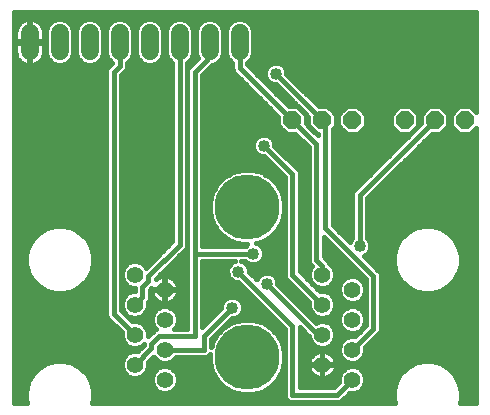
<source format=gtl>
G75*
%MOIN*%
%OFA0B0*%
%FSLAX24Y24*%
%IPPOS*%
%LPD*%
%AMOC8*
5,1,8,0,0,1.08239X$1,22.5*
%
%ADD10C,0.0554*%
%ADD11C,0.0600*%
%ADD12OC8,0.0594*%
%ADD13C,0.0160*%
%ADD14C,0.0180*%
%ADD15C,0.0400*%
%ADD16C,0.2165*%
D10*
X004704Y001930D03*
X005704Y002430D03*
X004704Y002930D03*
X005704Y003430D03*
X004704Y003930D03*
X005704Y004430D03*
X004704Y004930D03*
X010954Y004930D03*
X011954Y004430D03*
X010954Y003930D03*
X011954Y003430D03*
X010954Y002930D03*
X011954Y002430D03*
X010954Y001930D03*
X011954Y001430D03*
X005704Y001430D03*
D11*
X006204Y012380D02*
X006204Y012980D01*
X005204Y012980D02*
X005204Y012380D01*
X004204Y012380D02*
X004204Y012980D01*
X003204Y012980D02*
X003204Y012380D01*
X002204Y012380D02*
X002204Y012980D01*
X001204Y012980D02*
X001204Y012380D01*
X007204Y012380D02*
X007204Y012980D01*
X008204Y012980D02*
X008204Y012380D01*
D12*
X009954Y010080D03*
X010954Y010080D03*
X011954Y010080D03*
X013704Y010080D03*
X014704Y010080D03*
X015704Y010080D03*
D13*
X000684Y013696D02*
X000684Y000660D01*
X001117Y000660D01*
X001084Y000783D01*
X001084Y001077D01*
X001160Y001362D01*
X001308Y001618D01*
X001516Y001826D01*
X001771Y001974D01*
X002056Y002050D01*
X002351Y002050D01*
X002636Y001974D01*
X002891Y001826D01*
X003100Y001618D01*
X003247Y001362D01*
X003324Y001077D01*
X003324Y000783D01*
X003291Y000660D01*
X013367Y000660D01*
X013334Y000783D01*
X013334Y001077D01*
X013410Y001362D01*
X013558Y001618D01*
X013766Y001826D01*
X014021Y001974D01*
X014306Y002050D01*
X014601Y002050D01*
X014886Y001974D01*
X015141Y001826D01*
X015350Y001618D01*
X015497Y001362D01*
X015574Y001077D01*
X015574Y000783D01*
X015541Y000660D01*
X016094Y000660D01*
X016094Y009824D01*
X015893Y009623D01*
X015515Y009623D01*
X015247Y009891D01*
X015247Y010269D01*
X015515Y010537D01*
X015893Y010537D01*
X016094Y010336D01*
X016094Y013696D01*
X000684Y013696D01*
X000684Y013653D02*
X016094Y013653D01*
X016094Y013494D02*
X000684Y013494D01*
X000684Y013336D02*
X000880Y013336D01*
X000891Y013346D02*
X000838Y013293D01*
X000793Y013232D01*
X000759Y013164D01*
X000736Y013092D01*
X000724Y013018D01*
X000724Y012700D01*
X001184Y012700D01*
X001184Y013460D01*
X001166Y013460D01*
X001091Y013448D01*
X001020Y013425D01*
X000952Y013391D01*
X000891Y013346D01*
X000765Y013177D02*
X000684Y013177D01*
X000684Y013019D02*
X000724Y013019D01*
X000724Y012860D02*
X000684Y012860D01*
X000684Y012702D02*
X000724Y012702D01*
X000724Y012660D02*
X000724Y012342D01*
X000736Y012268D01*
X000759Y012196D01*
X000793Y012128D01*
X000838Y012067D01*
X000891Y012014D01*
X000952Y011969D01*
X001020Y011935D01*
X001091Y011912D01*
X001166Y011900D01*
X001184Y011900D01*
X001184Y012660D01*
X001224Y012660D01*
X001224Y012700D01*
X001684Y012700D01*
X001684Y013018D01*
X001672Y013092D01*
X001649Y013164D01*
X001614Y013232D01*
X001570Y013293D01*
X001516Y013346D01*
X001455Y013391D01*
X001388Y013425D01*
X001316Y013448D01*
X001242Y013460D01*
X001224Y013460D01*
X001224Y012700D01*
X001184Y012700D01*
X001184Y012660D01*
X000724Y012660D01*
X000724Y012543D02*
X000684Y012543D01*
X001184Y012543D02*
X001224Y012543D01*
X001224Y012660D02*
X001224Y011900D01*
X001242Y011900D01*
X001316Y011912D01*
X001388Y011935D01*
X001455Y011969D01*
X001516Y012014D01*
X001570Y012067D01*
X001614Y012128D01*
X001649Y012196D01*
X001672Y012268D01*
X001684Y012342D01*
X001684Y012660D01*
X001224Y012660D01*
X001224Y012702D02*
X001184Y012702D01*
X001184Y012860D02*
X001224Y012860D01*
X001224Y013019D02*
X001184Y013019D01*
X001184Y013177D02*
X001224Y013177D01*
X001224Y013336D02*
X001184Y013336D01*
X001527Y013336D02*
X001909Y013336D01*
X001943Y013370D02*
X001814Y013241D01*
X001744Y013071D01*
X001744Y012288D01*
X001814Y012119D01*
X001943Y011990D01*
X002112Y011920D01*
X002295Y011920D01*
X002464Y011990D01*
X002594Y012119D01*
X002664Y012288D01*
X002664Y013071D01*
X002594Y013241D01*
X002464Y013370D01*
X002295Y013440D01*
X002112Y013440D01*
X001943Y013370D01*
X001787Y013177D02*
X001642Y013177D01*
X001684Y013019D02*
X001744Y013019D01*
X001744Y012860D02*
X001684Y012860D01*
X001684Y012702D02*
X001744Y012702D01*
X001744Y012543D02*
X001684Y012543D01*
X001684Y012385D02*
X001744Y012385D01*
X001770Y012226D02*
X001658Y012226D01*
X001570Y012068D02*
X001866Y012068D01*
X001298Y011909D02*
X003879Y011909D01*
X003943Y011990D02*
X003954Y011986D01*
X003954Y011984D01*
X003792Y011822D01*
X003754Y011730D01*
X003754Y003580D01*
X003792Y003488D01*
X003862Y003418D01*
X004267Y003014D01*
X004267Y002843D01*
X004333Y002682D01*
X004456Y002559D01*
X004617Y002493D01*
X004791Y002493D01*
X004951Y002559D01*
X005004Y002612D01*
X005004Y002584D01*
X004787Y002367D01*
X004617Y002367D01*
X004456Y002301D01*
X004333Y002178D01*
X004267Y002017D01*
X004267Y001843D01*
X004333Y001682D01*
X004456Y001559D01*
X004617Y001493D01*
X004791Y001493D01*
X004951Y001559D01*
X005074Y001682D01*
X005141Y001843D01*
X005141Y002014D01*
X005326Y002199D01*
X005333Y002182D01*
X005456Y002059D01*
X005617Y001993D01*
X005791Y001993D01*
X005951Y002059D01*
X006072Y002180D01*
X007054Y002180D01*
X007145Y002218D01*
X007211Y002284D01*
X007211Y002016D01*
X007296Y001700D01*
X007459Y001417D01*
X007691Y001186D01*
X007974Y001022D01*
X008290Y000937D01*
X008617Y000937D01*
X008933Y001022D01*
X009217Y001186D01*
X009448Y001417D01*
X009612Y001700D01*
X009696Y002016D01*
X009696Y002344D01*
X009612Y002660D01*
X009448Y002943D01*
X009217Y003174D01*
X008933Y003338D01*
X008617Y003423D01*
X008290Y003423D01*
X007974Y003338D01*
X007691Y003174D01*
X007459Y002943D01*
X007296Y002660D01*
X007254Y002503D01*
X007254Y002776D01*
X007947Y003470D01*
X008025Y003470D01*
X008158Y003525D01*
X008259Y003626D01*
X008314Y003758D01*
X008314Y003902D01*
X008259Y004034D01*
X008158Y004135D01*
X008025Y004190D01*
X007882Y004190D01*
X007750Y004135D01*
X007649Y004034D01*
X007594Y003902D01*
X007594Y003824D01*
X006954Y003184D01*
X006954Y005380D01*
X008058Y005380D01*
X007950Y005335D01*
X007849Y005234D01*
X007794Y005102D01*
X007794Y004958D01*
X007849Y004826D01*
X007950Y004725D01*
X008082Y004670D01*
X008160Y004670D01*
X009704Y003126D01*
X009704Y000880D01*
X009742Y000788D01*
X009812Y000718D01*
X009904Y000680D01*
X011504Y000680D01*
X011595Y000718D01*
X011666Y000788D01*
X011870Y000993D01*
X012041Y000993D01*
X012201Y001059D01*
X012324Y001182D01*
X012391Y001343D01*
X012391Y001517D01*
X012324Y001678D01*
X012201Y001801D01*
X012041Y001867D01*
X011867Y001867D01*
X011706Y001801D01*
X011583Y001678D01*
X011517Y001517D01*
X011517Y001346D01*
X011350Y001180D01*
X010204Y001180D01*
X010204Y003176D01*
X010517Y002864D01*
X010517Y002843D01*
X010583Y002682D01*
X010706Y002559D01*
X010867Y002493D01*
X011041Y002493D01*
X011201Y002559D01*
X011324Y002682D01*
X011391Y002843D01*
X011391Y003017D01*
X011324Y003178D01*
X011201Y003301D01*
X011041Y003367D01*
X010867Y003367D01*
X010763Y003324D01*
X009464Y004624D01*
X009464Y004702D01*
X009409Y004834D01*
X009308Y004935D01*
X009704Y004935D01*
X009704Y004880D02*
X009742Y004788D01*
X009812Y004718D01*
X010517Y004014D01*
X010517Y003843D01*
X010583Y003682D01*
X010706Y003559D01*
X010867Y003493D01*
X011041Y003493D01*
X011201Y003559D01*
X011324Y003682D01*
X011391Y003843D01*
X011391Y004017D01*
X011324Y004178D01*
X011201Y004301D01*
X011200Y004301D02*
X011534Y004301D01*
X011517Y004343D02*
X011583Y004182D01*
X011706Y004059D01*
X011867Y003993D01*
X012041Y003993D01*
X012201Y004059D01*
X012324Y004182D01*
X012391Y004343D01*
X012391Y004517D01*
X012324Y004678D01*
X012201Y004801D01*
X012041Y004867D01*
X011867Y004867D01*
X011706Y004801D01*
X011583Y004678D01*
X011517Y004517D01*
X011517Y004343D01*
X011517Y004460D02*
X010778Y004460D01*
X010867Y004493D02*
X010706Y004559D01*
X010583Y004682D01*
X010517Y004843D01*
X010517Y005017D01*
X010583Y005178D01*
X010618Y005212D01*
X010542Y005288D01*
X010504Y005380D01*
X010504Y009176D01*
X010057Y009623D01*
X009765Y009623D01*
X009497Y009891D01*
X009497Y010183D01*
X008062Y011618D01*
X007992Y011688D01*
X007954Y011780D01*
X007954Y011986D01*
X007943Y011990D01*
X007814Y012119D01*
X007744Y012288D01*
X007744Y013071D01*
X007814Y013241D01*
X007943Y013370D01*
X008112Y013440D01*
X008295Y013440D01*
X008464Y013370D01*
X008594Y013241D01*
X008664Y013071D01*
X008664Y012288D01*
X008594Y012119D01*
X008464Y011990D01*
X008454Y011986D01*
X008454Y011934D01*
X009850Y010537D01*
X010143Y010537D01*
X010411Y010269D01*
X010411Y009977D01*
X010804Y009584D01*
X010804Y009623D01*
X010765Y009623D01*
X010497Y009891D01*
X010497Y010183D01*
X009410Y011270D01*
X009332Y011270D01*
X009200Y011325D01*
X009099Y011426D01*
X009044Y011558D01*
X009044Y011702D01*
X009099Y011834D01*
X009200Y011935D01*
X009332Y011990D01*
X009475Y011990D01*
X009608Y011935D01*
X009709Y011834D01*
X009764Y011702D01*
X009764Y011624D01*
X010850Y010537D01*
X011143Y010537D01*
X011411Y010269D01*
X011411Y009891D01*
X011304Y009784D01*
X011304Y006584D01*
X011871Y006017D01*
X011899Y006084D01*
X011954Y006139D01*
X011954Y007630D01*
X011992Y007722D01*
X012062Y007792D01*
X012062Y007792D01*
X014247Y009977D01*
X014247Y010269D01*
X014515Y010537D01*
X014893Y010537D01*
X015161Y010269D01*
X015161Y009891D01*
X014893Y009623D01*
X014600Y009623D01*
X012454Y007476D01*
X012454Y006139D01*
X012509Y006084D01*
X012564Y005952D01*
X012564Y005808D01*
X012509Y005676D01*
X012408Y005575D01*
X012340Y005547D01*
X012866Y005022D01*
X012904Y004930D01*
X012904Y003080D01*
X012866Y002988D01*
X012795Y002918D01*
X012391Y002514D01*
X012391Y002343D01*
X012324Y002182D01*
X012201Y002059D01*
X012041Y001993D01*
X011867Y001993D01*
X011706Y002059D01*
X011583Y002182D01*
X011517Y002343D01*
X011517Y002517D01*
X011583Y002678D01*
X011706Y002801D01*
X011867Y002867D01*
X012037Y002867D01*
X012404Y003234D01*
X012404Y004776D01*
X011004Y006176D01*
X011004Y005534D01*
X011095Y005442D01*
X011166Y005372D01*
X011194Y005304D01*
X011201Y005301D01*
X011324Y005178D01*
X011391Y005017D01*
X011391Y004843D01*
X011324Y004682D01*
X011201Y004559D01*
X011041Y004493D01*
X010867Y004493D01*
X010870Y004367D02*
X010204Y005034D01*
X010204Y008330D01*
X010166Y008422D01*
X009364Y009224D01*
X009364Y009302D01*
X009309Y009434D01*
X009208Y009535D01*
X009075Y009590D01*
X008932Y009590D01*
X008800Y009535D01*
X008699Y009434D01*
X008644Y009302D01*
X008644Y009158D01*
X008699Y009026D01*
X008800Y008925D01*
X008932Y008870D01*
X009010Y008870D01*
X009704Y008176D01*
X009704Y004880D01*
X009754Y004777D02*
X009433Y004777D01*
X009469Y004618D02*
X009912Y004618D01*
X010071Y004460D02*
X009628Y004460D01*
X009786Y004301D02*
X010229Y004301D01*
X010388Y004143D02*
X009945Y004143D01*
X010103Y003984D02*
X010517Y003984D01*
X010524Y003826D02*
X010262Y003826D01*
X010420Y003667D02*
X010599Y003667D01*
X010579Y003509D02*
X010829Y003509D01*
X010825Y003350D02*
X010737Y003350D01*
X011082Y003350D02*
X011517Y003350D01*
X011517Y003343D02*
X011583Y003182D01*
X011706Y003059D01*
X011867Y002993D01*
X012041Y002993D01*
X012201Y003059D01*
X012324Y003182D01*
X012391Y003343D01*
X012391Y003517D01*
X012324Y003678D01*
X012201Y003801D01*
X012041Y003867D01*
X011867Y003867D01*
X011706Y003801D01*
X011583Y003678D01*
X011517Y003517D01*
X011517Y003343D01*
X011579Y003192D02*
X011311Y003192D01*
X011384Y003033D02*
X011770Y003033D01*
X012138Y003033D02*
X012203Y003033D01*
X012328Y003192D02*
X012362Y003192D01*
X012391Y003350D02*
X012404Y003350D01*
X012391Y003509D02*
X012404Y003509D01*
X012404Y003667D02*
X012329Y003667D01*
X012404Y003826D02*
X012141Y003826D01*
X012404Y003984D02*
X011391Y003984D01*
X011384Y003826D02*
X011766Y003826D01*
X011579Y003667D02*
X011309Y003667D01*
X011517Y003509D02*
X011079Y003509D01*
X010347Y003033D02*
X010204Y003033D01*
X009704Y003033D02*
X009358Y003033D01*
X009187Y003192D02*
X009639Y003192D01*
X009480Y003350D02*
X008889Y003350D01*
X009322Y003509D02*
X008118Y003509D01*
X008019Y003350D02*
X007827Y003350D01*
X007720Y003192D02*
X007669Y003192D01*
X007549Y003033D02*
X007510Y003033D01*
X006962Y003192D02*
X006954Y003192D01*
X006954Y003350D02*
X007120Y003350D01*
X007279Y003509D02*
X006954Y003509D01*
X006954Y003667D02*
X007437Y003667D01*
X007594Y003826D02*
X006954Y003826D01*
X006954Y003984D02*
X007628Y003984D01*
X007768Y004143D02*
X006954Y004143D01*
X006954Y004301D02*
X008529Y004301D01*
X008371Y004460D02*
X006954Y004460D01*
X006454Y004460D02*
X006161Y004460D01*
X006161Y004466D02*
X006150Y004537D01*
X006127Y004605D01*
X006095Y004670D01*
X006052Y004728D01*
X006002Y004779D01*
X005943Y004821D01*
X005879Y004854D01*
X005811Y004876D01*
X005740Y004887D01*
X005712Y004887D01*
X005712Y004439D01*
X005695Y004439D01*
X005695Y004887D01*
X005668Y004887D01*
X005597Y004876D01*
X005528Y004854D01*
X005464Y004821D01*
X005406Y004779D01*
X006345Y005718D01*
X006416Y005788D01*
X006454Y005880D01*
X006454Y011986D01*
X006464Y011990D01*
X006594Y012119D01*
X006664Y012288D01*
X006664Y013071D01*
X006594Y013241D01*
X006464Y013370D01*
X006295Y013440D01*
X006112Y013440D01*
X005943Y013370D01*
X005814Y013241D01*
X005744Y013071D01*
X005744Y012288D01*
X005814Y012119D01*
X005943Y011990D01*
X005954Y011986D01*
X005954Y006034D01*
X005081Y005161D01*
X005074Y005178D01*
X004951Y005301D01*
X004791Y005367D01*
X004617Y005367D01*
X004456Y005301D01*
X004333Y005178D01*
X004267Y005017D01*
X004267Y004843D01*
X004333Y004682D01*
X004456Y004559D01*
X004617Y004493D01*
X004704Y004493D01*
X004704Y004367D01*
X004617Y004367D01*
X004456Y004301D01*
X004333Y004178D01*
X004267Y004017D01*
X004267Y003843D01*
X004333Y003682D01*
X004456Y003559D01*
X004617Y003493D01*
X004791Y003493D01*
X004951Y003559D01*
X005074Y003682D01*
X005141Y003843D01*
X005141Y004014D01*
X005166Y004038D01*
X005204Y004130D01*
X005204Y004426D01*
X005247Y004470D01*
X005247Y004466D01*
X005247Y004439D01*
X005695Y004439D01*
X005695Y004421D01*
X005712Y004421D01*
X005712Y003973D01*
X005740Y003973D01*
X005811Y003984D01*
X005879Y004006D01*
X005943Y004039D01*
X006002Y004081D01*
X006052Y004132D01*
X006095Y004190D01*
X006127Y004255D01*
X006150Y004323D01*
X006161Y004394D01*
X006161Y004421D01*
X005712Y004421D01*
X005712Y004439D01*
X006161Y004439D01*
X006161Y004466D01*
X006143Y004301D02*
X006454Y004301D01*
X006454Y004143D02*
X006060Y004143D01*
X005810Y003984D02*
X006454Y003984D01*
X006454Y003826D02*
X005891Y003826D01*
X005951Y003801D02*
X005791Y003867D01*
X005617Y003867D01*
X005456Y003801D01*
X005333Y003678D01*
X005267Y003517D01*
X005267Y003343D01*
X005333Y003182D01*
X005406Y003110D01*
X005362Y003092D01*
X005292Y003022D01*
X005141Y002871D01*
X005141Y003017D01*
X005074Y003178D01*
X004951Y003301D01*
X004791Y003367D01*
X004620Y003367D01*
X004254Y003734D01*
X004254Y011576D01*
X004345Y011668D01*
X004416Y011738D01*
X004454Y011830D01*
X004454Y011986D01*
X004464Y011990D01*
X004594Y012119D01*
X004664Y012288D01*
X004664Y013071D01*
X004594Y013241D01*
X004464Y013370D01*
X004295Y013440D01*
X004112Y013440D01*
X003943Y013370D01*
X003814Y013241D01*
X003744Y013071D01*
X003744Y012288D01*
X003814Y012119D01*
X003943Y011990D01*
X003866Y012068D02*
X003542Y012068D01*
X003594Y012119D02*
X003464Y011990D01*
X003295Y011920D01*
X003112Y011920D01*
X002943Y011990D01*
X002814Y012119D01*
X002744Y012288D01*
X002744Y013071D01*
X002814Y013241D01*
X002943Y013370D01*
X003112Y013440D01*
X003295Y013440D01*
X003464Y013370D01*
X003594Y013241D01*
X003664Y013071D01*
X003664Y012288D01*
X003594Y012119D01*
X003638Y012226D02*
X003770Y012226D01*
X003744Y012385D02*
X003664Y012385D01*
X003664Y012543D02*
X003744Y012543D01*
X003744Y012702D02*
X003664Y012702D01*
X003664Y012860D02*
X003744Y012860D01*
X003744Y013019D02*
X003664Y013019D01*
X003620Y013177D02*
X003787Y013177D01*
X003909Y013336D02*
X003499Y013336D01*
X002909Y013336D02*
X002499Y013336D01*
X002620Y013177D02*
X002787Y013177D01*
X002744Y013019D02*
X002664Y013019D01*
X002664Y012860D02*
X002744Y012860D01*
X002744Y012702D02*
X002664Y012702D01*
X002664Y012543D02*
X002744Y012543D01*
X002744Y012385D02*
X002664Y012385D01*
X002638Y012226D02*
X002770Y012226D01*
X002866Y012068D02*
X002542Y012068D01*
X003762Y011751D02*
X000684Y011751D01*
X000684Y011909D02*
X001109Y011909D01*
X001184Y011909D02*
X001224Y011909D01*
X001224Y012068D02*
X001184Y012068D01*
X001184Y012226D02*
X001224Y012226D01*
X001224Y012385D02*
X001184Y012385D01*
X000724Y012385D02*
X000684Y012385D01*
X000684Y012226D02*
X000749Y012226D01*
X000684Y012068D02*
X000837Y012068D01*
X000684Y011592D02*
X003754Y011592D01*
X003754Y011434D02*
X000684Y011434D01*
X000684Y011275D02*
X003754Y011275D01*
X003754Y011117D02*
X000684Y011117D01*
X000684Y010958D02*
X003754Y010958D01*
X004254Y010958D02*
X005954Y010958D01*
X005954Y011117D02*
X004254Y011117D01*
X004254Y011275D02*
X005954Y011275D01*
X005954Y011434D02*
X004254Y011434D01*
X004269Y011592D02*
X005954Y011592D01*
X005954Y011751D02*
X004421Y011751D01*
X004454Y011909D02*
X005954Y011909D01*
X005866Y012068D02*
X005542Y012068D01*
X005594Y012119D02*
X005464Y011990D01*
X005295Y011920D01*
X005112Y011920D01*
X004943Y011990D01*
X004814Y012119D01*
X004744Y012288D01*
X004744Y013071D01*
X004814Y013241D01*
X004943Y013370D01*
X005112Y013440D01*
X005295Y013440D01*
X005464Y013370D01*
X005594Y013241D01*
X005664Y013071D01*
X005664Y012288D01*
X005594Y012119D01*
X005638Y012226D02*
X005770Y012226D01*
X005744Y012385D02*
X005664Y012385D01*
X005664Y012543D02*
X005744Y012543D01*
X005744Y012702D02*
X005664Y012702D01*
X005664Y012860D02*
X005744Y012860D01*
X005744Y013019D02*
X005664Y013019D01*
X005620Y013177D02*
X005787Y013177D01*
X005909Y013336D02*
X005499Y013336D01*
X004909Y013336D02*
X004499Y013336D01*
X004620Y013177D02*
X004787Y013177D01*
X004744Y013019D02*
X004664Y013019D01*
X004664Y012860D02*
X004744Y012860D01*
X004744Y012702D02*
X004664Y012702D01*
X004664Y012543D02*
X004744Y012543D01*
X004744Y012385D02*
X004664Y012385D01*
X004638Y012226D02*
X004770Y012226D01*
X004866Y012068D02*
X004542Y012068D01*
X006454Y011909D02*
X006579Y011909D01*
X006492Y011822D02*
X006454Y011730D01*
X006454Y003130D01*
X006022Y003130D01*
X006074Y003182D01*
X006141Y003343D01*
X006141Y003517D01*
X006074Y003678D01*
X005951Y003801D01*
X006079Y003667D02*
X006454Y003667D01*
X006454Y003509D02*
X006141Y003509D01*
X006141Y003350D02*
X006454Y003350D01*
X006454Y003192D02*
X006078Y003192D01*
X005329Y003192D02*
X005061Y003192D01*
X005134Y003033D02*
X005303Y003033D01*
X005145Y002875D02*
X005141Y002875D01*
X004978Y002558D02*
X004947Y002558D01*
X004819Y002399D02*
X000684Y002399D01*
X000684Y002241D02*
X004396Y002241D01*
X004294Y002082D02*
X000684Y002082D01*
X000684Y001924D02*
X001685Y001924D01*
X001455Y001765D02*
X000684Y001765D01*
X000684Y001607D02*
X001301Y001607D01*
X001210Y001448D02*
X000684Y001448D01*
X000684Y001290D02*
X001141Y001290D01*
X001098Y001131D02*
X000684Y001131D01*
X000684Y000973D02*
X001084Y000973D01*
X001084Y000814D02*
X000684Y000814D01*
X003106Y001607D02*
X004409Y001607D01*
X004299Y001765D02*
X002953Y001765D01*
X002723Y001924D02*
X004267Y001924D01*
X004999Y001607D02*
X005304Y001607D01*
X005333Y001678D02*
X005267Y001517D01*
X005267Y001343D01*
X005333Y001182D01*
X005456Y001059D01*
X005617Y000993D01*
X005791Y000993D01*
X005951Y001059D01*
X006074Y001182D01*
X006141Y001343D01*
X006141Y001517D01*
X006074Y001678D01*
X005951Y001801D01*
X005791Y001867D01*
X005617Y001867D01*
X005456Y001801D01*
X005333Y001678D01*
X005421Y001765D02*
X005109Y001765D01*
X005141Y001924D02*
X007236Y001924D01*
X007211Y002082D02*
X005974Y002082D01*
X005987Y001765D02*
X007278Y001765D01*
X007350Y001607D02*
X006104Y001607D01*
X006141Y001448D02*
X007441Y001448D01*
X007587Y001290D02*
X006119Y001290D01*
X006023Y001131D02*
X007785Y001131D01*
X008159Y000973D02*
X003324Y000973D01*
X003309Y001131D02*
X005385Y001131D01*
X005289Y001290D02*
X003267Y001290D01*
X003198Y001448D02*
X005267Y001448D01*
X005209Y002082D02*
X005434Y002082D01*
X004461Y002558D02*
X000684Y002558D01*
X000684Y002716D02*
X004319Y002716D01*
X004267Y002875D02*
X000684Y002875D01*
X000684Y003033D02*
X004247Y003033D01*
X004089Y003192D02*
X000684Y003192D01*
X000684Y003350D02*
X003930Y003350D01*
X003784Y003509D02*
X000684Y003509D01*
X000684Y003667D02*
X003754Y003667D01*
X003754Y003826D02*
X000684Y003826D01*
X000684Y003984D02*
X003754Y003984D01*
X003754Y004143D02*
X000684Y004143D01*
X000684Y004301D02*
X003754Y004301D01*
X003754Y004460D02*
X002763Y004460D01*
X002636Y004386D02*
X002891Y004534D01*
X003100Y004742D01*
X003247Y004998D01*
X003324Y005283D01*
X003324Y005577D01*
X003247Y005862D01*
X003100Y006118D01*
X002891Y006326D01*
X002636Y006474D01*
X002351Y006550D01*
X002056Y006550D01*
X001771Y006474D01*
X001516Y006326D01*
X001308Y006118D01*
X001160Y005862D01*
X001084Y005577D01*
X001084Y005283D01*
X001160Y004998D01*
X001308Y004742D01*
X001516Y004534D01*
X001771Y004386D01*
X002056Y004310D01*
X002351Y004310D01*
X002636Y004386D01*
X002976Y004618D02*
X003754Y004618D01*
X003754Y004777D02*
X003120Y004777D01*
X003211Y004935D02*
X003754Y004935D01*
X003754Y005094D02*
X003273Y005094D01*
X003316Y005252D02*
X003754Y005252D01*
X003754Y005411D02*
X003324Y005411D01*
X003324Y005569D02*
X003754Y005569D01*
X003754Y005728D02*
X003284Y005728D01*
X003234Y005886D02*
X003754Y005886D01*
X003754Y006045D02*
X003142Y006045D01*
X003015Y006203D02*
X003754Y006203D01*
X003754Y006362D02*
X002830Y006362D01*
X002463Y006520D02*
X003754Y006520D01*
X003754Y006679D02*
X000684Y006679D01*
X000684Y006837D02*
X003754Y006837D01*
X003754Y006996D02*
X000684Y006996D01*
X000684Y007154D02*
X003754Y007154D01*
X003754Y007313D02*
X000684Y007313D01*
X000684Y007471D02*
X003754Y007471D01*
X003754Y007630D02*
X000684Y007630D01*
X000684Y007788D02*
X003754Y007788D01*
X003754Y007947D02*
X000684Y007947D01*
X000684Y008105D02*
X003754Y008105D01*
X003754Y008264D02*
X000684Y008264D01*
X000684Y008422D02*
X003754Y008422D01*
X003754Y008581D02*
X000684Y008581D01*
X000684Y008739D02*
X003754Y008739D01*
X003754Y008898D02*
X000684Y008898D01*
X000684Y009056D02*
X003754Y009056D01*
X003754Y009215D02*
X000684Y009215D01*
X000684Y009373D02*
X003754Y009373D01*
X003754Y009532D02*
X000684Y009532D01*
X000684Y009690D02*
X003754Y009690D01*
X003754Y009849D02*
X000684Y009849D01*
X000684Y010007D02*
X003754Y010007D01*
X003754Y010166D02*
X000684Y010166D01*
X000684Y010324D02*
X003754Y010324D01*
X003754Y010483D02*
X000684Y010483D01*
X000684Y010641D02*
X003754Y010641D01*
X003754Y010800D02*
X000684Y010800D01*
X004254Y010800D02*
X005954Y010800D01*
X005954Y010641D02*
X004254Y010641D01*
X004254Y010483D02*
X005954Y010483D01*
X005954Y010324D02*
X004254Y010324D01*
X004254Y010166D02*
X005954Y010166D01*
X005954Y010007D02*
X004254Y010007D01*
X004254Y009849D02*
X005954Y009849D01*
X005954Y009690D02*
X004254Y009690D01*
X004254Y009532D02*
X005954Y009532D01*
X005954Y009373D02*
X004254Y009373D01*
X004254Y009215D02*
X005954Y009215D01*
X005954Y009056D02*
X004254Y009056D01*
X004254Y008898D02*
X005954Y008898D01*
X005954Y008739D02*
X004254Y008739D01*
X004254Y008581D02*
X005954Y008581D01*
X005954Y008422D02*
X004254Y008422D01*
X004254Y008264D02*
X005954Y008264D01*
X005954Y008105D02*
X004254Y008105D01*
X004254Y007947D02*
X005954Y007947D01*
X005954Y007788D02*
X004254Y007788D01*
X004254Y007630D02*
X005954Y007630D01*
X005954Y007471D02*
X004254Y007471D01*
X004254Y007313D02*
X005954Y007313D01*
X005954Y007154D02*
X004254Y007154D01*
X004254Y006996D02*
X005954Y006996D01*
X005954Y006837D02*
X004254Y006837D01*
X004254Y006679D02*
X005954Y006679D01*
X005954Y006520D02*
X004254Y006520D01*
X004254Y006362D02*
X005954Y006362D01*
X005954Y006203D02*
X004254Y006203D01*
X004254Y006045D02*
X005954Y006045D01*
X005806Y005886D02*
X004254Y005886D01*
X004254Y005728D02*
X005648Y005728D01*
X005489Y005569D02*
X004254Y005569D01*
X004254Y005411D02*
X005331Y005411D01*
X005172Y005252D02*
X005000Y005252D01*
X004408Y005252D02*
X004254Y005252D01*
X004254Y005094D02*
X004298Y005094D01*
X004267Y004935D02*
X004254Y004935D01*
X004254Y004777D02*
X004294Y004777D01*
X004254Y004618D02*
X004398Y004618D01*
X004254Y004460D02*
X004704Y004460D01*
X004457Y004301D02*
X004254Y004301D01*
X004254Y004143D02*
X004319Y004143D01*
X004267Y003984D02*
X004254Y003984D01*
X004254Y003826D02*
X004274Y003826D01*
X004320Y003667D02*
X004349Y003667D01*
X004479Y003509D02*
X004579Y003509D01*
X004829Y003509D02*
X005267Y003509D01*
X005267Y003350D02*
X004832Y003350D01*
X005059Y003667D02*
X005329Y003667D01*
X005516Y003826D02*
X005134Y003826D01*
X005141Y003984D02*
X005597Y003984D01*
X005668Y003973D01*
X005695Y003973D01*
X005695Y004421D01*
X005247Y004421D01*
X005247Y004394D01*
X005258Y004323D01*
X005280Y004255D01*
X005313Y004190D01*
X005355Y004132D01*
X005406Y004081D01*
X005464Y004039D01*
X005528Y004006D01*
X005597Y003984D01*
X005695Y003984D02*
X005712Y003984D01*
X005695Y004143D02*
X005712Y004143D01*
X005695Y004301D02*
X005712Y004301D01*
X005695Y004460D02*
X005712Y004460D01*
X005247Y004460D02*
X005237Y004460D01*
X005265Y004301D02*
X005204Y004301D01*
X005204Y004143D02*
X005348Y004143D01*
X005695Y004618D02*
X005712Y004618D01*
X005695Y004777D02*
X005712Y004777D01*
X005562Y004935D02*
X006454Y004935D01*
X006454Y004777D02*
X006004Y004777D01*
X006121Y004618D02*
X006454Y004618D01*
X006954Y004618D02*
X008212Y004618D01*
X007898Y004777D02*
X006954Y004777D01*
X006954Y004935D02*
X007803Y004935D01*
X007794Y005094D02*
X006954Y005094D01*
X006954Y005252D02*
X007867Y005252D01*
X008250Y005380D02*
X008395Y005380D01*
X008450Y005325D01*
X008582Y005270D01*
X008725Y005270D01*
X008858Y005325D01*
X008959Y005426D01*
X009014Y005558D01*
X009014Y005702D01*
X008959Y005834D01*
X008858Y005935D01*
X008760Y005976D01*
X008933Y006022D01*
X009217Y006186D01*
X009448Y006417D01*
X009612Y006700D01*
X009696Y007016D01*
X009696Y007344D01*
X009612Y007660D01*
X009448Y007943D01*
X009217Y008174D01*
X008933Y008338D01*
X008617Y008423D01*
X008290Y008423D01*
X007974Y008338D01*
X007691Y008174D01*
X007459Y007943D01*
X007296Y007660D01*
X007211Y007344D01*
X007211Y007016D01*
X007296Y006700D01*
X007459Y006417D01*
X007691Y006186D01*
X007974Y006022D01*
X008290Y005937D01*
X008455Y005937D01*
X008450Y005935D01*
X008395Y005880D01*
X006954Y005880D01*
X006954Y011576D01*
X007245Y011868D01*
X007299Y011921D01*
X007464Y011990D01*
X007594Y012119D01*
X007664Y012288D01*
X007664Y013071D01*
X007594Y013241D01*
X007464Y013370D01*
X007295Y013440D01*
X007112Y013440D01*
X006943Y013370D01*
X006814Y013241D01*
X006744Y013071D01*
X006744Y012288D01*
X006807Y012137D01*
X006492Y011822D01*
X006462Y011751D02*
X006454Y011751D01*
X006454Y011592D02*
X006454Y011592D01*
X006454Y011434D02*
X006454Y011434D01*
X006454Y011275D02*
X006454Y011275D01*
X006454Y011117D02*
X006454Y011117D01*
X006454Y010958D02*
X006454Y010958D01*
X006954Y010958D02*
X008722Y010958D01*
X008564Y011117D02*
X006954Y011117D01*
X006954Y011275D02*
X008405Y011275D01*
X008247Y011434D02*
X006954Y011434D01*
X006969Y011592D02*
X008088Y011592D01*
X007966Y011751D02*
X007128Y011751D01*
X007286Y011909D02*
X007954Y011909D01*
X007866Y012068D02*
X007542Y012068D01*
X007638Y012226D02*
X007770Y012226D01*
X007744Y012385D02*
X007664Y012385D01*
X007664Y012543D02*
X007744Y012543D01*
X007744Y012702D02*
X007664Y012702D01*
X007664Y012860D02*
X007744Y012860D01*
X007744Y013019D02*
X007664Y013019D01*
X007620Y013177D02*
X007787Y013177D01*
X007909Y013336D02*
X007499Y013336D01*
X006909Y013336D02*
X006499Y013336D01*
X006620Y013177D02*
X006787Y013177D01*
X006744Y013019D02*
X006664Y013019D01*
X006664Y012860D02*
X006744Y012860D01*
X006744Y012702D02*
X006664Y012702D01*
X006664Y012543D02*
X006744Y012543D01*
X006744Y012385D02*
X006664Y012385D01*
X006638Y012226D02*
X006770Y012226D01*
X006738Y012068D02*
X006542Y012068D01*
X008478Y011909D02*
X009174Y011909D01*
X009064Y011751D02*
X008637Y011751D01*
X008795Y011592D02*
X009044Y011592D01*
X009096Y011434D02*
X008954Y011434D01*
X009112Y011275D02*
X009320Y011275D01*
X009271Y011117D02*
X009564Y011117D01*
X009429Y010958D02*
X009722Y010958D01*
X010271Y011117D02*
X016094Y011117D01*
X016094Y011275D02*
X010112Y011275D01*
X009954Y011434D02*
X016094Y011434D01*
X016094Y011592D02*
X009795Y011592D01*
X009744Y011751D02*
X016094Y011751D01*
X016094Y011909D02*
X009634Y011909D01*
X008638Y012226D02*
X016094Y012226D01*
X016094Y012068D02*
X008542Y012068D01*
X008664Y012385D02*
X016094Y012385D01*
X016094Y012543D02*
X008664Y012543D01*
X008664Y012702D02*
X016094Y012702D01*
X016094Y012860D02*
X008664Y012860D01*
X008664Y013019D02*
X016094Y013019D01*
X016094Y013177D02*
X008620Y013177D01*
X008499Y013336D02*
X016094Y013336D01*
X016094Y010958D02*
X010429Y010958D01*
X010588Y010800D02*
X016094Y010800D01*
X016094Y010641D02*
X010746Y010641D01*
X010198Y010483D02*
X010197Y010483D01*
X010039Y010641D02*
X009746Y010641D01*
X009881Y010800D02*
X009588Y010800D01*
X009198Y010483D02*
X006954Y010483D01*
X006954Y010641D02*
X009039Y010641D01*
X008881Y010800D02*
X006954Y010800D01*
X006454Y010800D02*
X006454Y010800D01*
X006454Y010641D02*
X006454Y010641D01*
X006454Y010483D02*
X006454Y010483D01*
X006454Y010324D02*
X006454Y010324D01*
X006454Y010166D02*
X006454Y010166D01*
X006454Y010007D02*
X006454Y010007D01*
X006454Y009849D02*
X006454Y009849D01*
X006454Y009690D02*
X006454Y009690D01*
X006454Y009532D02*
X006454Y009532D01*
X006454Y009373D02*
X006454Y009373D01*
X006954Y009373D02*
X008673Y009373D01*
X008796Y009532D02*
X006954Y009532D01*
X006954Y009690D02*
X009698Y009690D01*
X009539Y009849D02*
X006954Y009849D01*
X006954Y010007D02*
X009497Y010007D01*
X009497Y010166D02*
X006954Y010166D01*
X006954Y010324D02*
X009356Y010324D01*
X010356Y010324D02*
X010356Y010324D01*
X010411Y010166D02*
X010497Y010166D01*
X010497Y010007D02*
X010411Y010007D01*
X010539Y009849D02*
X010539Y009849D01*
X010697Y009690D02*
X010698Y009690D01*
X010149Y009532D02*
X009211Y009532D01*
X009334Y009373D02*
X010307Y009373D01*
X010466Y009215D02*
X009373Y009215D01*
X009531Y009056D02*
X010504Y009056D01*
X010504Y008898D02*
X009690Y008898D01*
X009848Y008739D02*
X010504Y008739D01*
X010504Y008581D02*
X010007Y008581D01*
X010165Y008422D02*
X010504Y008422D01*
X010504Y008264D02*
X010204Y008264D01*
X010204Y008105D02*
X010504Y008105D01*
X010504Y007947D02*
X010204Y007947D01*
X010204Y007788D02*
X010504Y007788D01*
X010504Y007630D02*
X010204Y007630D01*
X010204Y007471D02*
X010504Y007471D01*
X010504Y007313D02*
X010204Y007313D01*
X010204Y007154D02*
X010504Y007154D01*
X010504Y006996D02*
X010204Y006996D01*
X010204Y006837D02*
X010504Y006837D01*
X010504Y006679D02*
X010204Y006679D01*
X010204Y006520D02*
X010504Y006520D01*
X010504Y006362D02*
X010204Y006362D01*
X010204Y006203D02*
X010504Y006203D01*
X010504Y006045D02*
X010204Y006045D01*
X010204Y005886D02*
X010504Y005886D01*
X010504Y005728D02*
X010204Y005728D01*
X010204Y005569D02*
X010504Y005569D01*
X010504Y005411D02*
X010204Y005411D01*
X010204Y005252D02*
X010578Y005252D01*
X010548Y005094D02*
X010204Y005094D01*
X010302Y004935D02*
X010517Y004935D01*
X010544Y004777D02*
X010461Y004777D01*
X010619Y004618D02*
X010648Y004618D01*
X010870Y004367D02*
X011041Y004367D01*
X011201Y004301D01*
X011339Y004143D02*
X011623Y004143D01*
X012285Y004143D02*
X012404Y004143D01*
X012404Y004301D02*
X012374Y004301D01*
X012391Y004460D02*
X012404Y004460D01*
X012904Y004460D02*
X013895Y004460D01*
X014021Y004386D02*
X013766Y004534D01*
X013558Y004742D01*
X013410Y004998D01*
X013334Y005283D01*
X013334Y005577D01*
X013410Y005862D01*
X013558Y006118D01*
X013766Y006326D01*
X014021Y006474D01*
X014306Y006550D01*
X014601Y006550D01*
X014886Y006474D01*
X015141Y006326D01*
X015350Y006118D01*
X015497Y005862D01*
X015574Y005577D01*
X015574Y005283D01*
X015497Y004998D01*
X015350Y004742D01*
X015141Y004534D01*
X014886Y004386D01*
X014601Y004310D01*
X014306Y004310D01*
X014021Y004386D01*
X013682Y004618D02*
X012904Y004618D01*
X012904Y004777D02*
X013538Y004777D01*
X013446Y004935D02*
X012902Y004935D01*
X012794Y005094D02*
X013384Y005094D01*
X013342Y005252D02*
X012635Y005252D01*
X012477Y005411D02*
X013334Y005411D01*
X013334Y005569D02*
X012394Y005569D01*
X012530Y005728D02*
X013374Y005728D01*
X013424Y005886D02*
X012564Y005886D01*
X012525Y006045D02*
X013515Y006045D01*
X013643Y006203D02*
X012454Y006203D01*
X012454Y006362D02*
X013827Y006362D01*
X014194Y006520D02*
X012454Y006520D01*
X012454Y006679D02*
X016094Y006679D01*
X016094Y006837D02*
X012454Y006837D01*
X012454Y006996D02*
X016094Y006996D01*
X016094Y007154D02*
X012454Y007154D01*
X012454Y007313D02*
X016094Y007313D01*
X016094Y007471D02*
X012454Y007471D01*
X012607Y007630D02*
X016094Y007630D01*
X016094Y007788D02*
X012765Y007788D01*
X012924Y007947D02*
X016094Y007947D01*
X016094Y008105D02*
X013082Y008105D01*
X013241Y008264D02*
X016094Y008264D01*
X016094Y008422D02*
X013399Y008422D01*
X013558Y008581D02*
X016094Y008581D01*
X016094Y008739D02*
X013716Y008739D01*
X013875Y008898D02*
X016094Y008898D01*
X016094Y009056D02*
X014033Y009056D01*
X014192Y009215D02*
X016094Y009215D01*
X016094Y009373D02*
X014350Y009373D01*
X014509Y009532D02*
X016094Y009532D01*
X016094Y009690D02*
X015960Y009690D01*
X015448Y009690D02*
X014960Y009690D01*
X015118Y009849D02*
X015289Y009849D01*
X015247Y010007D02*
X015161Y010007D01*
X015161Y010166D02*
X015247Y010166D01*
X015302Y010324D02*
X015106Y010324D01*
X014947Y010483D02*
X015460Y010483D01*
X015947Y010483D02*
X016094Y010483D01*
X014460Y010483D02*
X013947Y010483D01*
X013893Y010537D02*
X013515Y010537D01*
X013247Y010269D01*
X013247Y009891D01*
X013515Y009623D01*
X013893Y009623D01*
X014161Y009891D01*
X014161Y010269D01*
X013893Y010537D01*
X013460Y010483D02*
X012197Y010483D01*
X012143Y010537D02*
X011765Y010537D01*
X011497Y010269D01*
X011497Y009891D01*
X011765Y009623D01*
X012143Y009623D01*
X012411Y009891D01*
X012411Y010269D01*
X012143Y010537D01*
X011710Y010483D02*
X011197Y010483D01*
X011356Y010324D02*
X011552Y010324D01*
X011497Y010166D02*
X011411Y010166D01*
X011411Y010007D02*
X011497Y010007D01*
X011539Y009849D02*
X011368Y009849D01*
X011304Y009690D02*
X011698Y009690D01*
X011304Y009532D02*
X013802Y009532D01*
X013960Y009690D02*
X013960Y009690D01*
X014118Y009849D02*
X014119Y009849D01*
X014161Y010007D02*
X014247Y010007D01*
X014247Y010166D02*
X014161Y010166D01*
X014106Y010324D02*
X014302Y010324D01*
X013302Y010324D02*
X012356Y010324D01*
X012411Y010166D02*
X013247Y010166D01*
X013247Y010007D02*
X012411Y010007D01*
X012368Y009849D02*
X013289Y009849D01*
X013448Y009690D02*
X012210Y009690D01*
X011304Y009373D02*
X013643Y009373D01*
X013485Y009215D02*
X011304Y009215D01*
X011304Y009056D02*
X013326Y009056D01*
X013168Y008898D02*
X011304Y008898D01*
X011304Y008739D02*
X013009Y008739D01*
X012851Y008581D02*
X011304Y008581D01*
X011304Y008422D02*
X012692Y008422D01*
X012534Y008264D02*
X011304Y008264D01*
X011304Y008105D02*
X012375Y008105D01*
X012217Y007947D02*
X011304Y007947D01*
X011304Y007788D02*
X012058Y007788D01*
X011954Y007630D02*
X011304Y007630D01*
X011304Y007471D02*
X011954Y007471D01*
X011954Y007313D02*
X011304Y007313D01*
X011304Y007154D02*
X011954Y007154D01*
X011954Y006996D02*
X011304Y006996D01*
X011304Y006837D02*
X011954Y006837D01*
X011954Y006679D02*
X011304Y006679D01*
X011367Y006520D02*
X011954Y006520D01*
X011954Y006362D02*
X011526Y006362D01*
X011684Y006203D02*
X011954Y006203D01*
X011882Y006045D02*
X011843Y006045D01*
X011294Y005886D02*
X011004Y005886D01*
X011004Y005728D02*
X011453Y005728D01*
X011611Y005569D02*
X011004Y005569D01*
X011127Y005411D02*
X011770Y005411D01*
X011928Y005252D02*
X011250Y005252D01*
X011359Y005094D02*
X012087Y005094D01*
X012245Y004935D02*
X011391Y004935D01*
X011363Y004777D02*
X011682Y004777D01*
X011558Y004618D02*
X011260Y004618D01*
X012226Y004777D02*
X012404Y004777D01*
X012404Y004618D02*
X012349Y004618D01*
X012904Y004301D02*
X016094Y004301D01*
X016094Y004143D02*
X012904Y004143D01*
X012904Y003984D02*
X016094Y003984D01*
X016094Y003826D02*
X012904Y003826D01*
X012904Y003667D02*
X016094Y003667D01*
X016094Y003509D02*
X012904Y003509D01*
X012904Y003350D02*
X016094Y003350D01*
X016094Y003192D02*
X012904Y003192D01*
X012884Y003033D02*
X016094Y003033D01*
X016094Y002875D02*
X012752Y002875D01*
X012593Y002716D02*
X016094Y002716D01*
X016094Y002558D02*
X012435Y002558D01*
X012391Y002399D02*
X016094Y002399D01*
X016094Y002241D02*
X012348Y002241D01*
X012224Y002082D02*
X016094Y002082D01*
X016094Y001924D02*
X014973Y001924D01*
X015203Y001765D02*
X016094Y001765D01*
X016094Y001607D02*
X015356Y001607D01*
X015448Y001448D02*
X016094Y001448D01*
X016094Y001290D02*
X015517Y001290D01*
X015559Y001131D02*
X016094Y001131D01*
X016094Y000973D02*
X015574Y000973D01*
X015574Y000814D02*
X016094Y000814D01*
X013551Y001607D02*
X012354Y001607D01*
X012391Y001448D02*
X013460Y001448D01*
X013391Y001290D02*
X012369Y001290D01*
X012273Y001131D02*
X013348Y001131D01*
X013334Y000973D02*
X011850Y000973D01*
X011691Y000814D02*
X013334Y000814D01*
X011517Y001448D02*
X010204Y001448D01*
X010204Y001607D02*
X010631Y001607D01*
X010605Y001632D02*
X010656Y001581D01*
X010714Y001539D01*
X010778Y001506D01*
X010847Y001484D01*
X010918Y001473D01*
X010945Y001473D01*
X010945Y001921D01*
X010962Y001921D01*
X010962Y001473D01*
X010990Y001473D01*
X011061Y001484D01*
X011129Y001506D01*
X011193Y001539D01*
X011252Y001581D01*
X011302Y001632D01*
X011345Y001690D01*
X011377Y001755D01*
X011400Y001823D01*
X011411Y001894D01*
X011411Y001921D01*
X010962Y001921D01*
X010962Y001939D01*
X010945Y001939D01*
X010945Y002387D01*
X010918Y002387D01*
X010847Y002376D01*
X010778Y002354D01*
X010714Y002321D01*
X010656Y002279D01*
X010605Y002228D01*
X010563Y002170D01*
X010530Y002105D01*
X010508Y002037D01*
X010497Y001966D01*
X010497Y001939D01*
X010945Y001939D01*
X010945Y001921D01*
X010497Y001921D01*
X010497Y001894D01*
X010508Y001823D01*
X010530Y001755D01*
X010563Y001690D01*
X010605Y001632D01*
X010527Y001765D02*
X010204Y001765D01*
X010204Y001924D02*
X010945Y001924D01*
X010962Y001924D02*
X013935Y001924D01*
X013705Y001765D02*
X012237Y001765D01*
X011671Y001765D02*
X011381Y001765D01*
X011411Y001939D02*
X010962Y001939D01*
X010962Y002387D01*
X010990Y002387D01*
X011061Y002376D01*
X011129Y002354D01*
X011193Y002321D01*
X011252Y002279D01*
X011302Y002228D01*
X011345Y002170D01*
X011377Y002105D01*
X011400Y002037D01*
X011411Y001966D01*
X011411Y001939D01*
X011385Y002082D02*
X011684Y002082D01*
X011559Y002241D02*
X011290Y002241D01*
X011517Y002399D02*
X010204Y002399D01*
X010204Y002241D02*
X010618Y002241D01*
X010522Y002082D02*
X010204Y002082D01*
X009704Y002082D02*
X009696Y002082D01*
X009696Y002241D02*
X009704Y002241D01*
X009704Y002399D02*
X009682Y002399D01*
X009704Y002558D02*
X009639Y002558D01*
X009579Y002716D02*
X009704Y002716D01*
X009704Y002875D02*
X009488Y002875D01*
X010204Y002875D02*
X010506Y002875D01*
X010569Y002716D02*
X010204Y002716D01*
X010204Y002558D02*
X010711Y002558D01*
X010945Y002241D02*
X010962Y002241D01*
X010945Y002082D02*
X010962Y002082D01*
X010945Y001765D02*
X010962Y001765D01*
X010945Y001607D02*
X010962Y001607D01*
X011277Y001607D02*
X011554Y001607D01*
X011460Y001290D02*
X010204Y001290D01*
X009704Y001290D02*
X009321Y001290D01*
X009122Y001131D02*
X009704Y001131D01*
X009704Y000973D02*
X008749Y000973D01*
X009731Y000814D02*
X003324Y000814D01*
X007168Y002241D02*
X007211Y002241D01*
X007254Y002558D02*
X007268Y002558D01*
X007254Y002716D02*
X007328Y002716D01*
X007352Y002875D02*
X007420Y002875D01*
X008276Y003667D02*
X009163Y003667D01*
X009005Y003826D02*
X008314Y003826D01*
X008280Y003984D02*
X008846Y003984D01*
X008688Y004143D02*
X008140Y004143D01*
X008771Y004767D02*
X008514Y005024D01*
X008514Y005102D01*
X008459Y005234D01*
X008358Y005335D01*
X008250Y005380D01*
X008441Y005252D02*
X009704Y005252D01*
X009704Y005094D02*
X008514Y005094D01*
X008602Y004935D02*
X008900Y004935D01*
X008799Y004834D01*
X008771Y004767D01*
X008775Y004777D02*
X008761Y004777D01*
X008900Y004935D02*
X009032Y004990D01*
X009175Y004990D01*
X009308Y004935D01*
X008943Y005411D02*
X009704Y005411D01*
X009704Y005569D02*
X009014Y005569D01*
X009003Y005728D02*
X009704Y005728D01*
X009704Y005886D02*
X008907Y005886D01*
X008972Y006045D02*
X009704Y006045D01*
X009704Y006203D02*
X009234Y006203D01*
X009393Y006362D02*
X009704Y006362D01*
X009704Y006520D02*
X009508Y006520D01*
X009599Y006679D02*
X009704Y006679D01*
X009704Y006837D02*
X009648Y006837D01*
X009691Y006996D02*
X009704Y006996D01*
X009696Y007154D02*
X009704Y007154D01*
X009696Y007313D02*
X009704Y007313D01*
X009704Y007471D02*
X009662Y007471D01*
X009620Y007630D02*
X009704Y007630D01*
X009704Y007788D02*
X009538Y007788D01*
X009445Y007947D02*
X009704Y007947D01*
X009704Y008105D02*
X009286Y008105D01*
X009062Y008264D02*
X009617Y008264D01*
X009458Y008422D02*
X008620Y008422D01*
X008288Y008422D02*
X006954Y008422D01*
X006954Y008264D02*
X007845Y008264D01*
X007621Y008105D02*
X006954Y008105D01*
X006954Y007947D02*
X007463Y007947D01*
X007370Y007788D02*
X006954Y007788D01*
X006454Y007788D02*
X006454Y007788D01*
X006454Y007947D02*
X006454Y007947D01*
X006454Y008105D02*
X006454Y008105D01*
X006454Y008264D02*
X006454Y008264D01*
X006454Y008422D02*
X006454Y008422D01*
X006454Y008581D02*
X006454Y008581D01*
X006454Y008739D02*
X006454Y008739D01*
X006454Y008898D02*
X006454Y008898D01*
X006454Y009056D02*
X006454Y009056D01*
X006454Y009215D02*
X006454Y009215D01*
X006954Y009215D02*
X008644Y009215D01*
X008686Y009056D02*
X006954Y009056D01*
X006954Y008898D02*
X008866Y008898D01*
X009141Y008739D02*
X006954Y008739D01*
X006954Y008581D02*
X009300Y008581D01*
X007288Y007630D02*
X006954Y007630D01*
X006954Y007471D02*
X007245Y007471D01*
X007211Y007313D02*
X006954Y007313D01*
X006954Y007154D02*
X007211Y007154D01*
X007217Y006996D02*
X006954Y006996D01*
X006954Y006837D02*
X007259Y006837D01*
X007308Y006679D02*
X006954Y006679D01*
X006954Y006520D02*
X007400Y006520D01*
X007515Y006362D02*
X006954Y006362D01*
X006954Y006203D02*
X007673Y006203D01*
X007935Y006045D02*
X006954Y006045D01*
X006954Y005886D02*
X008401Y005886D01*
X006454Y005886D02*
X006454Y005886D01*
X006454Y005728D02*
X006355Y005728D01*
X006454Y005569D02*
X006196Y005569D01*
X006038Y005411D02*
X006454Y005411D01*
X006454Y005252D02*
X005879Y005252D01*
X005721Y005094D02*
X006454Y005094D01*
X006454Y006045D02*
X006454Y006045D01*
X006454Y006203D02*
X006454Y006203D01*
X006454Y006362D02*
X006454Y006362D01*
X006454Y006520D02*
X006454Y006520D01*
X006454Y006679D02*
X006454Y006679D01*
X006454Y006837D02*
X006454Y006837D01*
X006454Y006996D02*
X006454Y006996D01*
X006454Y007154D02*
X006454Y007154D01*
X006454Y007313D02*
X006454Y007313D01*
X006454Y007471D02*
X006454Y007471D01*
X006454Y007630D02*
X006454Y007630D01*
X011004Y006045D02*
X011136Y006045D01*
X014713Y006520D02*
X016094Y006520D01*
X016094Y006362D02*
X015080Y006362D01*
X015265Y006203D02*
X016094Y006203D01*
X016094Y006045D02*
X015392Y006045D01*
X015484Y005886D02*
X016094Y005886D01*
X016094Y005728D02*
X015534Y005728D01*
X015574Y005569D02*
X016094Y005569D01*
X016094Y005411D02*
X015574Y005411D01*
X015566Y005252D02*
X016094Y005252D01*
X016094Y005094D02*
X015523Y005094D01*
X015461Y004935D02*
X016094Y004935D01*
X016094Y004777D02*
X015370Y004777D01*
X015226Y004618D02*
X016094Y004618D01*
X016094Y004460D02*
X015013Y004460D01*
X012045Y002875D02*
X011391Y002875D01*
X011338Y002716D02*
X011622Y002716D01*
X011533Y002558D02*
X011197Y002558D01*
X009704Y001924D02*
X009672Y001924D01*
X009704Y001765D02*
X009629Y001765D01*
X009558Y001607D02*
X009704Y001607D01*
X009704Y001448D02*
X009466Y001448D01*
X001645Y004460D02*
X000684Y004460D01*
X000684Y004618D02*
X001432Y004618D01*
X001288Y004777D02*
X000684Y004777D01*
X000684Y004935D02*
X001196Y004935D01*
X001134Y005094D02*
X000684Y005094D01*
X000684Y005252D02*
X001092Y005252D01*
X001084Y005411D02*
X000684Y005411D01*
X000684Y005569D02*
X001084Y005569D01*
X001124Y005728D02*
X000684Y005728D01*
X000684Y005886D02*
X001174Y005886D01*
X001265Y006045D02*
X000684Y006045D01*
X000684Y006203D02*
X001393Y006203D01*
X001577Y006362D02*
X000684Y006362D01*
X000684Y006520D02*
X001944Y006520D01*
D14*
X005154Y004880D02*
X006204Y005930D01*
X006204Y012680D01*
X007204Y012680D02*
X007204Y012230D01*
X007104Y012130D01*
X007104Y012080D01*
X006704Y011680D01*
X006704Y005630D01*
X008654Y005630D01*
X008154Y005030D02*
X009954Y003230D01*
X009954Y000930D01*
X011454Y000930D01*
X011954Y001430D01*
X011954Y002430D02*
X012654Y003130D01*
X012654Y004880D01*
X011054Y006480D01*
X011054Y009830D01*
X010954Y009930D01*
X010954Y010080D01*
X009404Y011630D01*
X008204Y011830D02*
X008204Y012680D01*
X008204Y011830D02*
X009954Y010080D01*
X010754Y009280D01*
X010754Y005430D01*
X010954Y005230D01*
X010954Y004930D01*
X009954Y004930D02*
X010954Y003930D01*
X010804Y002930D02*
X009104Y004630D01*
X009954Y004930D02*
X009954Y008280D01*
X009004Y009230D01*
X012204Y007580D02*
X012204Y005880D01*
X012204Y007580D02*
X014704Y010080D01*
X004204Y011880D02*
X004004Y011680D01*
X004004Y003630D01*
X004704Y002930D01*
X005254Y002630D02*
X005504Y002880D01*
X006704Y002880D01*
X006704Y005630D01*
X005154Y004880D02*
X005154Y004730D01*
X004954Y004530D01*
X004954Y004180D01*
X004704Y003930D01*
X007004Y002880D02*
X007954Y003830D01*
X007004Y002880D02*
X007004Y002430D01*
X005704Y002430D01*
X005254Y002480D02*
X005254Y002630D01*
X005254Y002480D02*
X004704Y001930D01*
X010804Y002930D02*
X010954Y002930D01*
X004204Y011880D02*
X004204Y012680D01*
D15*
X009404Y011630D03*
X009004Y009230D03*
X012204Y005880D03*
X009104Y004630D03*
X008154Y005030D03*
X008654Y005630D03*
X007954Y003830D03*
D16*
X008454Y002180D03*
X008454Y007180D03*
M02*

</source>
